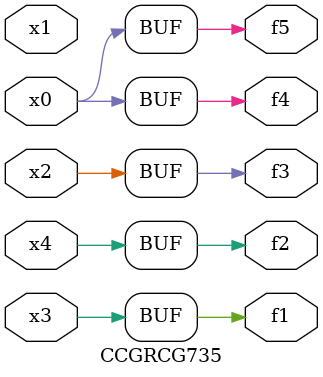
<source format=v>
module CCGRCG735(
	input x0, x1, x2, x3, x4,
	output f1, f2, f3, f4, f5
);
	assign f1 = x3;
	assign f2 = x4;
	assign f3 = x2;
	assign f4 = x0;
	assign f5 = x0;
endmodule

</source>
